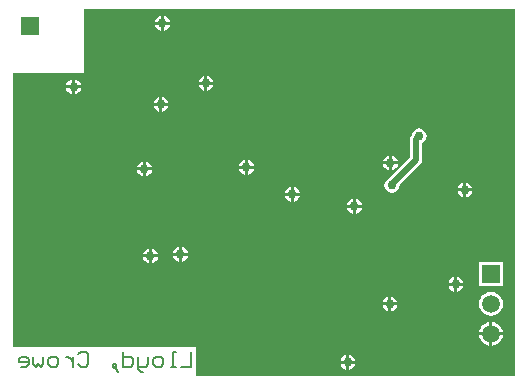
<source format=gbl>
%FSLAX25Y25*%
%MOIN*%
G70*
G01*
G75*
G04 Layer_Physical_Order=2*
G04 Layer_Color=16711680*
%ADD10C,0.04000*%
%ADD11C,0.02000*%
%ADD12O,0.09843X0.02756*%
%ADD13R,0.04921X0.05906*%
%ADD14R,0.05709X0.04528*%
%ADD15R,0.05315X0.06102*%
%ADD16R,0.03740X0.05315*%
%ADD17R,0.05118X0.03347*%
%ADD18R,0.04528X0.05709*%
%ADD19R,0.06299X0.02165*%
%ADD20R,0.05906X0.04921*%
%ADD21R,0.04134X0.05512*%
%ADD22R,0.05315X0.03740*%
%ADD23R,0.06102X0.05315*%
%ADD24R,0.03347X0.05118*%
%ADD25R,0.04331X0.10236*%
%ADD26R,0.05512X0.04134*%
%ADD27O,0.02362X0.07480*%
%ADD28R,0.09055X0.09449*%
%ADD29R,0.13386X0.09055*%
%ADD30C,0.00700*%
%ADD31R,0.05906X0.05906*%
%ADD32C,0.05906*%
%ADD33R,0.05906X0.05906*%
%ADD34C,0.03000*%
G36*
X169461Y2039D02*
X63200D01*
Y11698D01*
X2319D01*
D01*
X2319D01*
X2039Y11978D01*
Y33000D01*
X2039Y33000D01*
X2039Y33000D01*
Y33000D01*
Y103000D01*
X26000D01*
Y124461D01*
X169461D01*
Y2039D01*
D02*
G37*
%LPC*%
G36*
X47500Y44449D02*
X47025Y44355D01*
X46198Y43802D01*
X45645Y42976D01*
X45551Y42500D01*
X47500D01*
Y44449D01*
D02*
G37*
G36*
X60449Y42000D02*
X58500D01*
Y40051D01*
X58975Y40145D01*
X59802Y40698D01*
X60355Y41524D01*
X60449Y42000D01*
D02*
G37*
G36*
X57500Y44949D02*
X57025Y44855D01*
X56198Y44302D01*
X55645Y43475D01*
X55550Y43000D01*
X57500D01*
Y44949D01*
D02*
G37*
G36*
X48500Y44449D02*
Y42500D01*
X50450D01*
X50355Y42976D01*
X49802Y43802D01*
X48976Y44355D01*
X48500Y44449D01*
D02*
G37*
G36*
X47500Y41500D02*
X45551D01*
X45645Y41025D01*
X46198Y40198D01*
X47025Y39645D01*
X47500Y39551D01*
Y41500D01*
D02*
G37*
G36*
X150315Y34949D02*
Y33000D01*
X152264D01*
X152170Y33476D01*
X151617Y34302D01*
X150790Y34855D01*
X150315Y34949D01*
D02*
G37*
G36*
X57500Y42000D02*
X55550D01*
X55645Y41524D01*
X56198Y40698D01*
X57025Y40145D01*
X57500Y40051D01*
Y42000D01*
D02*
G37*
G36*
X50450Y41500D02*
X48500D01*
Y39551D01*
X48976Y39645D01*
X49802Y40198D01*
X50355Y41025D01*
X50450Y41500D01*
D02*
G37*
G36*
X94815Y62000D02*
X92865D01*
X92960Y61525D01*
X93513Y60698D01*
X94340Y60145D01*
X94815Y60050D01*
Y62000D01*
D02*
G37*
G36*
X116500Y60949D02*
Y59000D01*
X118449D01*
X118355Y59475D01*
X117802Y60302D01*
X116975Y60855D01*
X116500Y60949D01*
D02*
G37*
G36*
X152315Y63500D02*
X150365D01*
X150460Y63025D01*
X151013Y62198D01*
X151839Y61645D01*
X152315Y61550D01*
Y63500D01*
D02*
G37*
G36*
X97764Y62000D02*
X95815D01*
Y60050D01*
X96290Y60145D01*
X97117Y60698D01*
X97670Y61525D01*
X97764Y62000D01*
D02*
G37*
G36*
X115500Y58000D02*
X113550D01*
X113645Y57525D01*
X114198Y56698D01*
X115024Y56145D01*
X115500Y56050D01*
Y58000D01*
D02*
G37*
G36*
X58500Y44949D02*
Y43000D01*
X60449D01*
X60355Y43475D01*
X59802Y44302D01*
X58975Y44855D01*
X58500Y44949D01*
D02*
G37*
G36*
X115500Y60949D02*
X115024Y60855D01*
X114198Y60302D01*
X113645Y59475D01*
X113550Y59000D01*
X115500D01*
Y60949D01*
D02*
G37*
G36*
X118449Y58000D02*
X116500D01*
Y56050D01*
X116975Y56145D01*
X117802Y56698D01*
X118355Y57525D01*
X118449Y58000D01*
D02*
G37*
G36*
X149315Y34949D02*
X148839Y34855D01*
X148013Y34302D01*
X147460Y33476D01*
X147365Y33000D01*
X149315D01*
Y34949D01*
D02*
G37*
G36*
X165421Y15500D02*
X162000D01*
Y12079D01*
X162532Y12149D01*
X163493Y12547D01*
X164319Y13181D01*
X164953Y14007D01*
X165351Y14968D01*
X165421Y15500D01*
D02*
G37*
G36*
X161000D02*
X157579D01*
X157649Y14968D01*
X158047Y14007D01*
X158681Y13181D01*
X159507Y12547D01*
X160468Y12149D01*
X161000Y12079D01*
Y15500D01*
D02*
G37*
G36*
X162000Y19921D02*
Y16500D01*
X165421D01*
X165351Y17032D01*
X164953Y17993D01*
X164319Y18819D01*
X163493Y19453D01*
X162532Y19851D01*
X162000Y19921D01*
D02*
G37*
G36*
X161000D02*
X160468Y19851D01*
X159507Y19453D01*
X158681Y18819D01*
X158047Y17993D01*
X157649Y17032D01*
X157579Y16500D01*
X161000D01*
Y19921D01*
D02*
G37*
G36*
X116264Y6000D02*
X114315D01*
Y4050D01*
X114790Y4145D01*
X115617Y4698D01*
X116170Y5525D01*
X116264Y6000D01*
D02*
G37*
G36*
X113315D02*
X111365D01*
X111460Y5525D01*
X112013Y4698D01*
X112839Y4145D01*
X113315Y4050D01*
Y6000D01*
D02*
G37*
G36*
X114315Y8950D02*
Y7000D01*
X116264D01*
X116170Y7475D01*
X115617Y8302D01*
X114790Y8855D01*
X114315Y8950D01*
D02*
G37*
G36*
X113315D02*
X112839Y8855D01*
X112013Y8302D01*
X111460Y7475D01*
X111365Y7000D01*
X113315D01*
Y8950D01*
D02*
G37*
G36*
X149315Y32000D02*
X147365D01*
X147460Y31525D01*
X148013Y30698D01*
X148839Y30145D01*
X149315Y30051D01*
Y32000D01*
D02*
G37*
G36*
X128315Y28449D02*
Y26500D01*
X130264D01*
X130170Y26976D01*
X129617Y27802D01*
X128790Y28355D01*
X128315Y28449D01*
D02*
G37*
G36*
X165453Y39953D02*
X157547D01*
Y32047D01*
X165453D01*
Y39953D01*
D02*
G37*
G36*
X152264Y32000D02*
X150315D01*
Y30051D01*
X150790Y30145D01*
X151617Y30698D01*
X152170Y31525D01*
X152264Y32000D01*
D02*
G37*
G36*
X127315Y25500D02*
X125365D01*
X125460Y25025D01*
X126013Y24198D01*
X126839Y23645D01*
X127315Y23550D01*
Y25500D01*
D02*
G37*
G36*
X161500Y29987D02*
X160468Y29851D01*
X159507Y29453D01*
X158681Y28819D01*
X158047Y27993D01*
X157649Y27032D01*
X157513Y26000D01*
X157649Y24968D01*
X158047Y24007D01*
X158681Y23181D01*
X159507Y22547D01*
X160468Y22149D01*
X161500Y22013D01*
X162532Y22149D01*
X163493Y22547D01*
X164319Y23181D01*
X164953Y24007D01*
X165351Y24968D01*
X165487Y26000D01*
X165351Y27032D01*
X164953Y27993D01*
X164319Y28819D01*
X163493Y29453D01*
X162532Y29851D01*
X161500Y29987D01*
D02*
G37*
G36*
X127315Y28449D02*
X126839Y28355D01*
X126013Y27802D01*
X125460Y26976D01*
X125365Y26500D01*
X127315D01*
Y28449D01*
D02*
G37*
G36*
X130264Y25500D02*
X128315D01*
Y23550D01*
X128790Y23645D01*
X129617Y24198D01*
X130170Y25025D01*
X130264Y25500D01*
D02*
G37*
G36*
X21866Y97866D02*
X19917D01*
X20011Y97391D01*
X20564Y96564D01*
X21391Y96011D01*
X21866Y95917D01*
Y97866D01*
D02*
G37*
G36*
X52000Y94950D02*
Y93000D01*
X53949D01*
X53855Y93476D01*
X53302Y94302D01*
X52476Y94855D01*
X52000Y94950D01*
D02*
G37*
G36*
X66000Y99000D02*
X64051D01*
X64145Y98524D01*
X64698Y97698D01*
X65525Y97145D01*
X66000Y97050D01*
Y99000D01*
D02*
G37*
G36*
X24816Y97866D02*
X22866D01*
Y95917D01*
X23342Y96011D01*
X24169Y96564D01*
X24721Y97391D01*
X24816Y97866D01*
D02*
G37*
G36*
X51000Y92000D02*
X49051D01*
X49145Y91524D01*
X49698Y90698D01*
X50524Y90145D01*
X51000Y90051D01*
Y92000D01*
D02*
G37*
G36*
X128500Y75450D02*
Y73500D01*
X130449D01*
X130355Y73975D01*
X129802Y74802D01*
X128975Y75355D01*
X128500Y75450D01*
D02*
G37*
G36*
X51000Y94950D02*
X50524Y94855D01*
X49698Y94302D01*
X49145Y93476D01*
X49051Y93000D01*
X51000D01*
Y94950D01*
D02*
G37*
G36*
X53949Y92000D02*
X52000D01*
Y90051D01*
X52476Y90145D01*
X53302Y90698D01*
X53855Y91524D01*
X53949Y92000D01*
D02*
G37*
G36*
X68950Y99000D02*
X67000D01*
Y97050D01*
X67475Y97145D01*
X68302Y97698D01*
X68855Y98524D01*
X68950Y99000D01*
D02*
G37*
G36*
X54449Y119000D02*
X52500D01*
Y117051D01*
X52975Y117145D01*
X53802Y117698D01*
X54355Y118525D01*
X54449Y119000D01*
D02*
G37*
G36*
X51500D02*
X49551D01*
X49645Y118525D01*
X50198Y117698D01*
X51025Y117145D01*
X51500Y117051D01*
Y119000D01*
D02*
G37*
G36*
X52500Y121950D02*
Y120000D01*
X54449D01*
X54355Y120475D01*
X53802Y121302D01*
X52975Y121855D01*
X52500Y121950D01*
D02*
G37*
G36*
X51500D02*
X51025Y121855D01*
X50198Y121302D01*
X49645Y120475D01*
X49551Y120000D01*
X51500D01*
Y121950D01*
D02*
G37*
G36*
X22866Y100816D02*
Y98866D01*
X24816D01*
X24721Y99342D01*
X24169Y100169D01*
X23342Y100721D01*
X22866Y100816D01*
D02*
G37*
G36*
X21866D02*
X21391Y100721D01*
X20564Y100169D01*
X20011Y99342D01*
X19917Y98866D01*
X21866D01*
Y100816D01*
D02*
G37*
G36*
X67000Y101950D02*
Y100000D01*
X68950D01*
X68855Y100476D01*
X68302Y101302D01*
X67475Y101855D01*
X67000Y101950D01*
D02*
G37*
G36*
X66000D02*
X65525Y101855D01*
X64698Y101302D01*
X64145Y100476D01*
X64051Y100000D01*
X66000D01*
Y101950D01*
D02*
G37*
G36*
X153315Y66449D02*
Y64500D01*
X155264D01*
X155170Y64976D01*
X154617Y65802D01*
X153790Y66355D01*
X153315Y66449D01*
D02*
G37*
G36*
X152315D02*
X151839Y66355D01*
X151013Y65802D01*
X150460Y64976D01*
X150365Y64500D01*
X152315D01*
Y66449D01*
D02*
G37*
G36*
X48450Y70500D02*
X46500D01*
Y68550D01*
X46975Y68645D01*
X47802Y69198D01*
X48355Y70025D01*
X48450Y70500D01*
D02*
G37*
G36*
X45500D02*
X43551D01*
X43645Y70025D01*
X44198Y69198D01*
X45024Y68645D01*
X45500Y68550D01*
Y70500D01*
D02*
G37*
G36*
X137500Y84549D02*
X136524Y84355D01*
X135698Y83802D01*
X135145Y82976D01*
X135031Y82401D01*
X134616Y81780D01*
X134461Y81000D01*
Y74845D01*
X127364Y67747D01*
X126698Y67302D01*
X126145Y66475D01*
X125951Y65500D01*
X126145Y64525D01*
X126698Y63698D01*
X127524Y63145D01*
X128500Y62951D01*
X129475Y63145D01*
X130302Y63698D01*
X130855Y64525D01*
X131049Y65500D01*
X131022Y65638D01*
X137942Y72558D01*
X138384Y73220D01*
X138539Y74000D01*
X138539Y74000D01*
X138539Y74000D01*
Y74000D01*
Y79688D01*
X139302Y80198D01*
X139855Y81024D01*
X140049Y82000D01*
X139855Y82976D01*
X139302Y83802D01*
X138476Y84355D01*
X137500Y84549D01*
D02*
G37*
G36*
X155264Y63500D02*
X153315D01*
Y61550D01*
X153790Y61645D01*
X154617Y62198D01*
X155170Y63025D01*
X155264Y63500D01*
D02*
G37*
G36*
X95815Y64950D02*
Y63000D01*
X97764D01*
X97670Y63476D01*
X97117Y64302D01*
X96290Y64855D01*
X95815Y64950D01*
D02*
G37*
G36*
X94815D02*
X94340Y64855D01*
X93513Y64302D01*
X92960Y63476D01*
X92865Y63000D01*
X94815D01*
Y64950D01*
D02*
G37*
G36*
X79500Y71000D02*
X77551D01*
X77645Y70525D01*
X78198Y69698D01*
X79024Y69145D01*
X79500Y69051D01*
Y71000D01*
D02*
G37*
G36*
Y73949D02*
X79024Y73855D01*
X78198Y73302D01*
X77645Y72475D01*
X77551Y72000D01*
X79500D01*
Y73949D01*
D02*
G37*
G36*
X46500Y73449D02*
Y71500D01*
X48450D01*
X48355Y71975D01*
X47802Y72802D01*
X46975Y73355D01*
X46500Y73449D01*
D02*
G37*
G36*
X127500Y75450D02*
X127024Y75355D01*
X126198Y74802D01*
X125645Y73975D01*
X125550Y73500D01*
X127500D01*
Y75450D01*
D02*
G37*
G36*
X80500Y73949D02*
Y72000D01*
X82450D01*
X82355Y72475D01*
X81802Y73302D01*
X80976Y73855D01*
X80500Y73949D01*
D02*
G37*
G36*
X127500Y72500D02*
X125550D01*
X125645Y72025D01*
X126198Y71198D01*
X127024Y70645D01*
X127500Y70551D01*
Y72500D01*
D02*
G37*
G36*
X82450Y71000D02*
X80500D01*
Y69051D01*
X80976Y69145D01*
X81802Y69698D01*
X82355Y70525D01*
X82450Y71000D01*
D02*
G37*
G36*
X45500Y73449D02*
X45024Y73355D01*
X44198Y72802D01*
X43645Y71975D01*
X43551Y71500D01*
X45500D01*
Y73449D01*
D02*
G37*
G36*
X130449Y72500D02*
X128500D01*
Y70551D01*
X128975Y70645D01*
X129802Y71198D01*
X130355Y72025D01*
X130449Y72500D01*
D02*
G37*
%LPD*%
D11*
X136500Y81000D02*
X137500Y82000D01*
X136500Y74000D02*
Y81000D01*
X128500Y66000D02*
X136500Y74000D01*
X128500Y65500D02*
Y66000D01*
D30*
X61500Y9998D02*
Y5000D01*
X58168D01*
X56502D02*
X54835D01*
X55669D01*
Y9998D01*
X56502D01*
X51503Y5000D02*
X49837D01*
X49004Y5833D01*
Y7499D01*
X49837Y8332D01*
X51503D01*
X52336Y7499D01*
Y5833D01*
X51503Y5000D01*
X47338Y8332D02*
Y5833D01*
X46505Y5000D01*
X44006D01*
Y4167D01*
X44839Y3334D01*
X45672D01*
X44006Y5000D02*
Y8332D01*
X39007Y9998D02*
Y5000D01*
X41506D01*
X42340Y5833D01*
Y7499D01*
X41506Y8332D01*
X39007D01*
X36508Y4167D02*
X35675Y5000D01*
Y5833D01*
X36508D01*
Y5000D01*
X35675D01*
X36508Y4167D01*
X37341Y3334D01*
X24012Y9165D02*
X24845Y9998D01*
X26511D01*
X27344Y9165D01*
Y5833D01*
X26511Y5000D01*
X24845D01*
X24012Y5833D01*
X22346Y8332D02*
Y5000D01*
Y6666D01*
X21513Y7499D01*
X20680Y8332D01*
X19847D01*
X16515Y5000D02*
X14848D01*
X14015Y5833D01*
Y7499D01*
X14848Y8332D01*
X16515D01*
X17348Y7499D01*
Y5833D01*
X16515Y5000D01*
X12349Y8332D02*
Y5833D01*
X11516Y5000D01*
X10683Y5833D01*
X9850Y5000D01*
X9017Y5833D01*
Y8332D01*
X4852Y5000D02*
X6518D01*
X7351Y5833D01*
Y7499D01*
X6518Y8332D01*
X4852D01*
X4019Y7499D01*
Y6666D01*
X7351D01*
D31*
X8000Y118500D02*
D03*
D32*
X161500Y16000D02*
D03*
Y26000D02*
D03*
D33*
Y36000D02*
D03*
D34*
X7000Y96000D02*
D03*
X6500Y49000D02*
D03*
Y38500D02*
D03*
X19000Y38000D02*
D03*
X82500Y14500D02*
D03*
X94500D02*
D03*
X56500Y27500D02*
D03*
X106500D02*
D03*
X94000D02*
D03*
X81500D02*
D03*
X44000D02*
D03*
X31500D02*
D03*
X19000D02*
D03*
X6500D02*
D03*
X120000Y121000D02*
D03*
X102500Y122000D02*
D03*
X89500D02*
D03*
X77000D02*
D03*
X64000D02*
D03*
X129500Y93500D02*
D03*
X116500D02*
D03*
X136500Y118000D02*
D03*
Y105000D02*
D03*
X150000Y91000D02*
D03*
Y118000D02*
D03*
Y105000D02*
D03*
X163000Y91000D02*
D03*
Y118000D02*
D03*
Y78000D02*
D03*
Y105000D02*
D03*
X81000Y51500D02*
D03*
Y38500D02*
D03*
X93000Y51500D02*
D03*
X69000Y27500D02*
D03*
X93000Y38500D02*
D03*
X106500Y51500D02*
D03*
Y14500D02*
D03*
Y38500D02*
D03*
X6500Y72000D02*
D03*
Y59000D02*
D03*
X20000Y83500D02*
D03*
X47000D02*
D03*
X7000D02*
D03*
X34000D02*
D03*
X152815Y64000D02*
D03*
X80000Y71500D02*
D03*
X95315Y62500D02*
D03*
X149815Y32500D02*
D03*
X127815Y26000D02*
D03*
X116000Y58500D02*
D03*
X113815Y6500D02*
D03*
X52000Y119500D02*
D03*
X51500Y92500D02*
D03*
X22366Y98366D02*
D03*
X58000Y42500D02*
D03*
X46000Y71000D02*
D03*
X48000Y42000D02*
D03*
X128000Y73000D02*
D03*
X66500Y99500D02*
D03*
X137500Y82000D02*
D03*
X128500Y65500D02*
D03*
M02*

</source>
